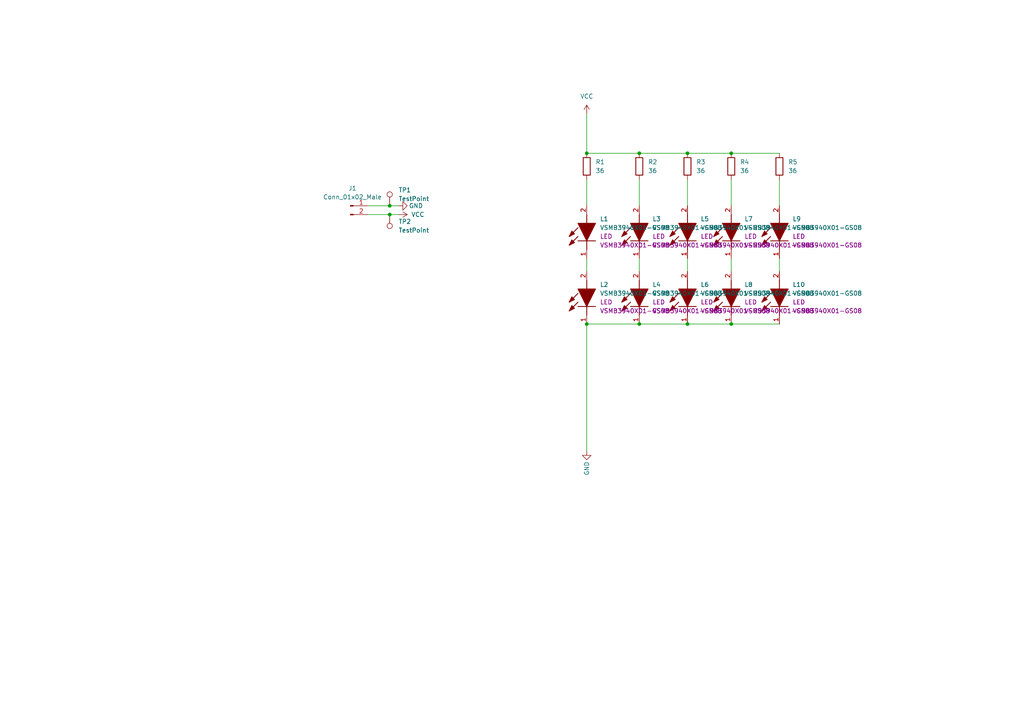
<source format=kicad_sch>
(kicad_sch (version 20211123) (generator eeschema)
  (paper "A4")
  (lib_symbols
    (symbol "Connector:Conn_01x02_Male" (pin_names (offset 1.016) hide)
      (property "Reference" "J" (at 0 2.54 0))
      (property "Value" "Conn_01x02_Male" (at 0 -5.08 0))
      (symbol "Conn_01x02_Male_1_1"
        (polyline (pts (xy 1.27 -2.54) (xy 0.8636 -2.54)) (stroke (width 0.1524)))
        (polyline (pts (xy 1.27 0) (xy 0.8636 0)) (stroke (width 0.1524)))
        (rectangle (start 0.8636 -2.413) (end 0 -2.667) (stroke (width 0.1524)) (fill (type outline)))
        (rectangle (start 0.8636 0.127) (end 0 -0.127) (stroke (width 0.1524)) (fill (type outline)))
        (pin passive line (at 5.08 0 180) (length 3.81) (name "Pin_1") (number "1"))
        (pin passive line (at 5.08 -2.54 180) (length 3.81) (name "Pin_2") (number "2"))
      )
    )
    (symbol "Connector:TestPoint" (pin_numbers hide) (pin_names (offset 0.762) hide)
      (property "Reference" "TP" (at 0 6.858 0))
      (property "Value" "TestPoint" (at 0 5.08 0))
      (symbol "TestPoint_0_1"
        (circle (center 0 3.302) (radius 0.762))
      )
      (symbol "TestPoint_1_1"
        (pin passive line (at 0 0 90) (length 2.54) (name "1") (number "1"))
      )
    )
    (symbol "Device:R" (pin_numbers hide) (pin_names (offset 0))
      (property "Reference" "R" (at 2.032 0 90))
      (property "Value" "R" (at 0 0 90))
      (symbol "R_0_1"
        (rectangle (start -1.016 -2.54) (end 1.016 2.54) (stroke (width 0.254)))
      )
      (symbol "R_1_1"
        (pin passive line (at 0 3.81 270) (length 1.27) (name "~") (number "1"))
        (pin passive line (at 0 -3.81 90) (length 1.27) (name "~") (number "2"))
      )
    )
    (symbol "VSMB3940X01-GS08:VSMB3940X01-GS08" (pin_names hide)
      (property "Value" "VSMB3940X01-GS08" (at 0 0 0))
      (property "Reference_1" "LED" (at 12.7 8.89 0))
      (property "Value_1" "VSMB3940X01-GS08" (at 12.7 6.35 0))
      (symbol "VSMB3940X01-GS08_1_1"
        (polyline (pts (xy 2.54 0) (xy 5.08 0)) (stroke (width 0.254)))
        (polyline (pts (xy 5.08 2.54) (xy 5.08 -2.54)) (stroke (width 0.254)))
        (polyline (pts (xy 6.35 2.54) (xy 3.81 5.08)) (stroke (width 0.254)))
        (polyline (pts (xy 8.89 2.54) (xy 6.35 5.08)) (stroke (width 0.254)))
        (polyline (pts (xy 10.16 0) (xy 12.7 0)) (stroke (width 0.254)))
        (polyline (pts (xy 5.08 0) (xy 10.16 2.54) (xy 10.16 -2.54) (xy 5.08 0)) (stroke (width 0.254)) (fill (type outline)))
        (polyline (pts (xy 5.334 4.318) (xy 4.572 3.556) (xy 3.81 5.08) (xy 5.334 4.318)) (stroke (width 0.254)) (fill (type outline)))
        (polyline (pts (xy 7.874 4.318) (xy 7.112 3.556) (xy 6.35 5.08) (xy 7.874 4.318)) (stroke (width 0.254)) (fill (type outline)))
        (pin passive line (at 0 0 0) (length 2.54) (name "K") (number "1"))
        (pin passive line (at 15.24 0 180) (length 2.54) (name "A") (number "2"))
      )
    )
    (symbol "power:GND" (power) (pin_names (offset 0))
      (property "Value" "GND" (at 0 -3.81 0))
      (symbol "GND_0_1"
        (polyline (pts (xy 0 0) (xy 0 -1.27) (xy 1.27 -1.27) (xy 0 -2.54) (xy -1.27 -1.27) (xy 0 -1.27)))
      )
      (symbol "GND_1_1"
        (pin power_in line (at 0 0 270) (length 0) hide (name "GND") (number "1"))
      )
    )
    (symbol "power:VCC" (power) (pin_names (offset 0))
      (property "Value" "VCC" (at 0 3.81 0))
      (symbol "VCC_0_1"
        (polyline (pts (xy -0.762 1.27) (xy 0 2.54)))
        (polyline (pts (xy 0 0) (xy 0 2.54)))
        (polyline (pts (xy 0 2.54) (xy 0.762 1.27)))
      )
      (symbol "VCC_1_1"
        (pin power_in line (at 0 0 90) (length 0) hide (name "VCC") (number "1"))
      )
    )
  )
  (junction (at 170.18 93.98))
  (junction (at 185.42 44.45))
  (junction (at 170.18 44.45))
  (junction (at 212.09 93.98))
  (junction (at 113.03 59.69))
  (junction (at 113.03 62.23))
  (junction (at 199.39 44.45))
  (junction (at 212.09 44.45))
  (junction (at 199.39 93.98))
  (junction (at 185.42 93.98))
  (wire (pts (xy 106.68 62.23) (xy 113.03 62.23)))
  (wire (pts (xy 212.09 44.45) (xy 226.06 44.45)))
  (wire (pts (xy 199.39 74.93) (xy 199.39 78.74)))
  (wire (pts (xy 199.39 52.07) (xy 199.39 59.69)))
  (wire (pts (xy 199.39 44.45) (xy 212.09 44.45)))
  (wire (pts (xy 170.18 33.02) (xy 170.18 44.45)))
  (wire (pts (xy 226.06 74.93) (xy 226.06 78.74)))
  (wire (pts (xy 170.18 74.93) (xy 170.18 78.74)))
  (wire (pts (xy 185.42 74.93) (xy 185.42 78.74)))
  (wire (pts (xy 170.18 52.07) (xy 170.18 59.69)))
  (wire (pts (xy 185.42 52.07) (xy 185.42 59.69)))
  (wire (pts (xy 113.03 62.23) (xy 115.57 62.23)))
  (wire (pts (xy 170.18 93.98) (xy 170.18 130.81)))
  (wire (pts (xy 185.42 44.45) (xy 199.39 44.45)))
  (wire (pts (xy 113.03 59.69) (xy 115.57 59.69)))
  (wire (pts (xy 199.39 93.98) (xy 212.09 93.98)))
  (wire (pts (xy 185.42 93.98) (xy 199.39 93.98)))
  (wire (pts (xy 226.06 52.07) (xy 226.06 59.69)))
  (wire (pts (xy 212.09 74.93) (xy 212.09 78.74)))
  (wire (pts (xy 106.68 59.69) (xy 113.03 59.69)))
  (wire (pts (xy 212.09 52.07) (xy 212.09 59.69)))
  (wire (pts (xy 212.09 93.98) (xy 226.06 93.98)))
  (wire (pts (xy 170.18 44.45) (xy 185.42 44.45)))
  (wire (pts (xy 170.18 93.98) (xy 185.42 93.98)))
  (symbol (lib_id "VSMB3940X01-GS08:VSMB3940X01-GS08") (at 226.06 93.98 90) (unit 1)
    (property "Reference" "L10" (at 229.87 82.5499 90) (effects (justify right)))
    (property "Value" "VSMB3940X01-GS08" (at 229.87 85.0899 90) (effects (justify right)))
    (property "Footprint" "Footprints:LEDM3528X185N" (effects hide))
    (property "Reference_1" "LED" (at 229.87 87.6299 90) (effects (justify right)))
    (property "Value_1" "VSMB3940X01-GS08" (at 229.87 90.1699 90) (effects (justify right)))
    (property "Footprint_1" "LEDM3528X185N" (effects hide))
    (property "Datasheet_1" "https://www.vishay.com/docs/81894/vsmb3940.pdf" (effects hide))
    (property "Height" "1.85" (effects hide))
    (property "Mouser Part Number" "782-VSMB3940X01" (effects hide))
    (property "Mouser Price/Stock" "https://www.mouser.co.uk/ProductDetail/Vishay-Semiconductors/VSMB3940X01-GS08?qs=EvRzT9Rf7Cb5qhDJ224YgQ%3D%3D" (effects hide))
    (property "Manufacturer_Name" "Vishay" (effects hide))
    (property "Manufacturer_Part_Number" "VSMB3940X01-GS08" (effects hide))
  )
  (symbol (lib_id "VSMB3940X01-GS08:VSMB3940X01-GS08") (at 199.39 74.93 90) (unit 1)
    (property "Reference" "L5" (at 203.2 63.4999 90) (effects (justify right)))
    (property "Value" "VSMB3940X01-GS08" (at 203.2 66.0399 90) (effects (justify right)))
    (property "Footprint" "Footprints:LEDM3528X185N" (effects hide))
    (property "Reference_1" "LED" (at 203.2 68.5799 90) (effects (justify right)))
    (property "Value_1" "VSMB3940X01-GS08" (at 203.2 71.1199 90) (effects (justify right)))
    (property "Footprint_1" "LEDM3528X185N" (effects hide))
    (property "Datasheet_1" "https://www.vishay.com/docs/81894/vsmb3940.pdf" (effects hide))
    (property "Height" "1.85" (effects hide))
    (property "Mouser Part Number" "782-VSMB3940X01" (effects hide))
    (property "Mouser Price/Stock" "https://www.mouser.co.uk/ProductDetail/Vishay-Semiconductors/VSMB3940X01-GS08?qs=EvRzT9Rf7Cb5qhDJ224YgQ%3D%3D" (effects hide))
    (property "Manufacturer_Name" "Vishay" (effects hide))
    (property "Manufacturer_Part_Number" "VSMB3940X01-GS08" (effects hide))
  )
  (symbol (lib_id "Device:R") (at 185.42 48.26 0) (unit 1)
    (property "Reference" "R2" (at 187.96 46.9899 0) (effects (justify left)))
    (property "Value" "36" (at 187.96 49.5299 0) (effects (justify left)))
    (property "Footprint" "Resistor_SMD:R_0805_2012Metric_Pad1.20x1.40mm_HandSolder" (effects hide))
  )
  (symbol (lib_id "VSMB3940X01-GS08:VSMB3940X01-GS08") (at 199.39 93.98 90) (unit 1)
    (property "Reference" "L6" (at 203.2 82.5499 90) (effects (justify right)))
    (property "Value" "VSMB3940X01-GS08" (at 203.2 85.0899 90) (effects (justify right)))
    (property "Footprint" "Footprints:LEDM3528X185N" (effects hide))
    (property "Reference_1" "LED" (at 203.2 87.6299 90) (effects (justify right)))
    (property "Value_1" "VSMB3940X01-GS08" (at 203.2 90.1699 90) (effects (justify right)))
    (property "Footprint_1" "LEDM3528X185N" (effects hide))
    (property "Datasheet_1" "https://www.vishay.com/docs/81894/vsmb3940.pdf" (effects hide))
    (property "Height" "1.85" (effects hide))
    (property "Mouser Part Number" "782-VSMB3940X01" (effects hide))
    (property "Mouser Price/Stock" "https://www.mouser.co.uk/ProductDetail/Vishay-Semiconductors/VSMB3940X01-GS08?qs=EvRzT9Rf7Cb5qhDJ224YgQ%3D%3D" (effects hide))
    (property "Manufacturer_Name" "Vishay" (effects hide))
    (property "Manufacturer_Part_Number" "VSMB3940X01-GS08" (effects hide))
  )
  (symbol (lib_id "power:GND") (at 115.57 59.69 90) (mirror x) (unit 1)
    (property "Reference" "#PWR01" (effects hide))
    (property "Value" "GND" (at 120.65 59.69 90))
  )
  (symbol (lib_id "Connector:TestPoint") (at 113.03 59.69 0) (unit 1)
    (property "Reference" "TP1" (at 115.57 55.1179 0) (effects (justify left)))
    (property "Value" "TestPoint" (at 115.57 57.6579 0) (effects (justify left)))
    (property "Footprint" "TestPoint:TestPoint_Pad_2.5x2.5mm" (effects hide))
  )
  (symbol (lib_id "VSMB3940X01-GS08:VSMB3940X01-GS08") (at 226.06 74.93 90) (unit 1)
    (property "Reference" "L9" (at 229.87 63.4999 90) (effects (justify right)))
    (property "Value" "VSMB3940X01-GS08" (at 229.87 66.0399 90) (effects (justify right)))
    (property "Footprint" "Footprints:LEDM3528X185N" (effects hide))
    (property "Reference_1" "LED" (at 229.87 68.5799 90) (effects (justify right)))
    (property "Value_1" "VSMB3940X01-GS08" (at 229.87 71.1199 90) (effects (justify right)))
    (property "Footprint_1" "LEDM3528X185N" (effects hide))
    (property "Datasheet_1" "https://www.vishay.com/docs/81894/vsmb3940.pdf" (effects hide))
    (property "Height" "1.85" (effects hide))
    (property "Mouser Part Number" "782-VSMB3940X01" (effects hide))
    (property "Mouser Price/Stock" "https://www.mouser.co.uk/ProductDetail/Vishay-Semiconductors/VSMB3940X01-GS08?qs=EvRzT9Rf7Cb5qhDJ224YgQ%3D%3D" (effects hide))
    (property "Manufacturer_Name" "Vishay" (effects hide))
    (property "Manufacturer_Part_Number" "VSMB3940X01-GS08" (effects hide))
  )
  (symbol (lib_id "power:VCC") (at 115.57 62.23 270) (unit 1)
    (property "Reference" "#PWR02" (effects hide))
    (property "Value" "VCC" (at 119.2729 62.2299 90) (effects (justify left)))
  )
  (symbol (lib_id "VSMB3940X01-GS08:VSMB3940X01-GS08") (at 170.18 74.93 90) (unit 1)
    (property "Reference" "L1" (at 173.99 63.4999 90) (effects (justify right)))
    (property "Value" "VSMB3940X01-GS08" (at 173.99 66.0399 90) (effects (justify right)))
    (property "Footprint" "Footprints:LEDM3528X185N" (effects hide))
    (property "Reference_1" "LED" (at 173.99 68.5799 90) (effects (justify right)))
    (property "Value_1" "VSMB3940X01-GS08" (at 173.99 71.1199 90) (effects (justify right)))
    (property "Footprint_1" "LEDM3528X185N" (effects hide))
    (property "Datasheet_1" "https://www.vishay.com/docs/81894/vsmb3940.pdf" (effects hide))
    (property "Height" "1.85" (effects hide))
    (property "Mouser Part Number" "782-VSMB3940X01" (effects hide))
    (property "Mouser Price/Stock" "https://www.mouser.co.uk/ProductDetail/Vishay-Semiconductors/VSMB3940X01-GS08?qs=EvRzT9Rf7Cb5qhDJ224YgQ%3D%3D" (effects hide))
    (property "Manufacturer_Name" "Vishay" (effects hide))
    (property "Manufacturer_Part_Number" "VSMB3940X01-GS08" (effects hide))
  )
  (symbol (lib_id "Device:R") (at 170.18 48.26 0) (unit 1)
    (property "Reference" "R1" (at 172.72 46.9899 0) (effects (justify left)))
    (property "Value" "36" (at 172.72 49.5299 0) (effects (justify left)))
    (property "Footprint" "Resistor_SMD:R_0805_2012Metric_Pad1.20x1.40mm_HandSolder" (effects hide))
  )
  (symbol (lib_id "VSMB3940X01-GS08:VSMB3940X01-GS08") (at 170.18 93.98 90) (unit 1)
    (property "Reference" "L2" (at 173.99 82.5499 90) (effects (justify right)))
    (property "Value" "VSMB3940X01-GS08" (at 173.99 85.0899 90) (effects (justify right)))
    (property "Footprint" "Footprints:LEDM3528X185N" (effects hide))
    (property "Reference_1" "LED" (at 173.99 87.6299 90) (effects (justify right)))
    (property "Value_1" "VSMB3940X01-GS08" (at 173.99 90.1699 90) (effects (justify right)))
    (property "Footprint_1" "LEDM3528X185N" (effects hide))
    (property "Datasheet_1" "https://www.vishay.com/docs/81894/vsmb3940.pdf" (effects hide))
    (property "Height" "1.85" (effects hide))
    (property "Mouser Part Number" "782-VSMB3940X01" (effects hide))
    (property "Mouser Price/Stock" "https://www.mouser.co.uk/ProductDetail/Vishay-Semiconductors/VSMB3940X01-GS08?qs=EvRzT9Rf7Cb5qhDJ224YgQ%3D%3D" (effects hide))
    (property "Manufacturer_Name" "Vishay" (effects hide))
    (property "Manufacturer_Part_Number" "VSMB3940X01-GS08" (effects hide))
  )
  (symbol (lib_id "VSMB3940X01-GS08:VSMB3940X01-GS08") (at 185.42 74.93 90) (unit 1)
    (property "Reference" "L3" (at 189.23 63.4999 90) (effects (justify right)))
    (property "Value" "VSMB3940X01-GS08" (at 189.23 66.0399 90) (effects (justify right)))
    (property "Footprint" "Footprints:LEDM3528X185N" (effects hide))
    (property "Reference_1" "LED" (at 189.23 68.5799 90) (effects (justify right)))
    (property "Value_1" "VSMB3940X01-GS08" (at 189.23 71.1199 90) (effects (justify right)))
    (property "Footprint_1" "LEDM3528X185N" (effects hide))
    (property "Datasheet_1" "https://www.vishay.com/docs/81894/vsmb3940.pdf" (effects hide))
    (property "Height" "1.85" (effects hide))
    (property "Mouser Part Number" "782-VSMB3940X01" (effects hide))
    (property "Mouser Price/Stock" "https://www.mouser.co.uk/ProductDetail/Vishay-Semiconductors/VSMB3940X01-GS08?qs=EvRzT9Rf7Cb5qhDJ224YgQ%3D%3D" (effects hide))
    (property "Manufacturer_Name" "Vishay" (effects hide))
    (property "Manufacturer_Part_Number" "VSMB3940X01-GS08" (effects hide))
  )
  (symbol (lib_id "power:GND") (at 170.18 130.81 0) (mirror y) (unit 1)
    (property "Reference" "#PWR03" (effects hide))
    (property "Value" "GND" (at 170.18 135.89 90))
  )
  (symbol (lib_id "Device:R") (at 226.06 48.26 0) (unit 1)
    (property "Reference" "R5" (at 228.6 46.9899 0) (effects (justify left)))
    (property "Value" "36" (at 228.6 49.5299 0) (effects (justify left)))
    (property "Footprint" "Resistor_SMD:R_0805_2012Metric_Pad1.20x1.40mm_HandSolder" (effects hide))
  )
  (symbol (lib_id "Device:R") (at 199.39 48.26 0) (unit 1)
    (property "Reference" "R3" (at 201.93 46.9899 0) (effects (justify left)))
    (property "Value" "36" (at 201.93 49.5299 0) (effects (justify left)))
    (property "Footprint" "Resistor_SMD:R_0805_2012Metric_Pad1.20x1.40mm_HandSolder" (effects hide))
  )
  (symbol (lib_id "power:VCC") (at 170.18 33.02 0) (unit 1)
    (property "Reference" "#PWR06" (effects hide))
    (property "Value" "VCC" (at 170.18 27.94 0))
  )
  (symbol (lib_id "Device:R") (at 212.09 48.26 0) (unit 1)
    (property "Reference" "R4" (at 214.63 46.9899 0) (effects (justify left)))
    (property "Value" "36" (at 214.63 49.5299 0) (effects (justify left)))
    (property "Footprint" "Resistor_SMD:R_0805_2012Metric_Pad1.20x1.40mm_HandSolder" (effects hide))
  )
  (symbol (lib_id "VSMB3940X01-GS08:VSMB3940X01-GS08") (at 212.09 93.98 90) (unit 1)
    (property "Reference" "L8" (at 215.9 82.5499 90) (effects (justify right)))
    (property "Value" "VSMB3940X01-GS08" (at 215.9 85.0899 90) (effects (justify right)))
    (property "Footprint" "Footprints:LEDM3528X185N" (effects hide))
    (property "Reference_1" "LED" (at 215.9 87.6299 90) (effects (justify right)))
    (property "Value_1" "VSMB3940X01-GS08" (at 215.9 90.1699 90) (effects (justify right)))
    (property "Footprint_1" "LEDM3528X185N" (effects hide))
    (property "Datasheet_1" "https://www.vishay.com/docs/81894/vsmb3940.pdf" (effects hide))
    (property "Height" "1.85" (effects hide))
    (property "Mouser Part Number" "782-VSMB3940X01" (effects hide))
    (property "Mouser Price/Stock" "https://www.mouser.co.uk/ProductDetail/Vishay-Semiconductors/VSMB3940X01-GS08?qs=EvRzT9Rf7Cb5qhDJ224YgQ%3D%3D" (effects hide))
    (property "Manufacturer_Name" "Vishay" (effects hide))
    (property "Manufacturer_Part_Number" "VSMB3940X01-GS08" (effects hide))
  )
  (symbol (lib_id "Connector:Conn_01x02_Male") (at 101.6 59.69 0) (unit 1)
    (property "Reference" "J1" (at 102.235 54.61 0))
    (property "Value" "Conn_01x02_Male" (at 102.235 57.15 0))
    (property "Footprint" "Connector_PinHeader_2.54mm:PinHeader_1x02_P2.54mm_Vertical" (effects hide))
  )
  (symbol (lib_id "VSMB3940X01-GS08:VSMB3940X01-GS08") (at 212.09 74.93 90) (unit 1)
    (property "Reference" "L7" (at 215.9 63.4999 90) (effects (justify right)))
    (property "Value" "VSMB3940X01-GS08" (at 215.9 66.0399 90) (effects (justify right)))
    (property "Footprint" "Footprints:LEDM3528X185N" (effects hide))
    (property "Reference_1" "LED" (at 215.9 68.5799 90) (effects (justify right)))
    (property "Value_1" "VSMB3940X01-GS08" (at 215.9 71.1199 90) (effects (justify right)))
    (property "Footprint_1" "LEDM3528X185N" (effects hide))
    (property "Datasheet_1" "https://www.vishay.com/docs/81894/vsmb3940.pdf" (effects hide))
    (property "Height" "1.85" (effects hide))
    (property "Mouser Part Number" "782-VSMB3940X01" (effects hide))
    (property "Mouser Price/Stock" "https://www.mouser.co.uk/ProductDetail/Vishay-Semiconductors/VSMB3940X01-GS08?qs=EvRzT9Rf7Cb5qhDJ224YgQ%3D%3D" (effects hide))
    (property "Manufacturer_Name" "Vishay" (effects hide))
    (property "Manufacturer_Part_Number" "VSMB3940X01-GS08" (effects hide))
  )
  (symbol (lib_id "VSMB3940X01-GS08:VSMB3940X01-GS08") (at 185.42 93.98 90) (unit 1)
    (property "Reference" "L4" (at 189.23 82.5499 90) (effects (justify right)))
    (property "Value" "VSMB3940X01-GS08" (at 189.23 85.0899 90) (effects (justify right)))
    (property "Footprint" "Footprints:LEDM3528X185N" (effects hide))
    (property "Reference_1" "LED" (at 189.23 87.6299 90) (effects (justify right)))
    (property "Value_1" "VSMB3940X01-GS08" (at 189.23 90.1699 90) (effects (justify right)))
    (property "Footprint_1" "LEDM3528X185N" (effects hide))
    (property "Datasheet_1" "https://www.vishay.com/docs/81894/vsmb3940.pdf" (effects hide))
    (property "Height" "1.85" (effects hide))
    (property "Mouser Part Number" "782-VSMB3940X01" (effects hide))
    (property "Mouser Price/Stock" "https://www.mouser.co.uk/ProductDetail/Vishay-Semiconductors/VSMB3940X01-GS08?qs=EvRzT9Rf7Cb5qhDJ224YgQ%3D%3D" (effects hide))
    (property "Manufacturer_Name" "Vishay" (effects hide))
    (property "Manufacturer_Part_Number" "VSMB3940X01-GS08" (effects hide))
  )
  (symbol (lib_id "Connector:TestPoint") (at 113.03 62.23 180) (unit 1)
    (property "Reference" "TP2" (at 115.57 64.2619 0) (effects (justify right)))
    (property "Value" "TestPoint" (at 115.57 66.8019 0) (effects (justify right)))
    (property "Footprint" "TestPoint:TestPoint_Pad_2.5x2.5mm" (effects hide))
  )
)
</source>
